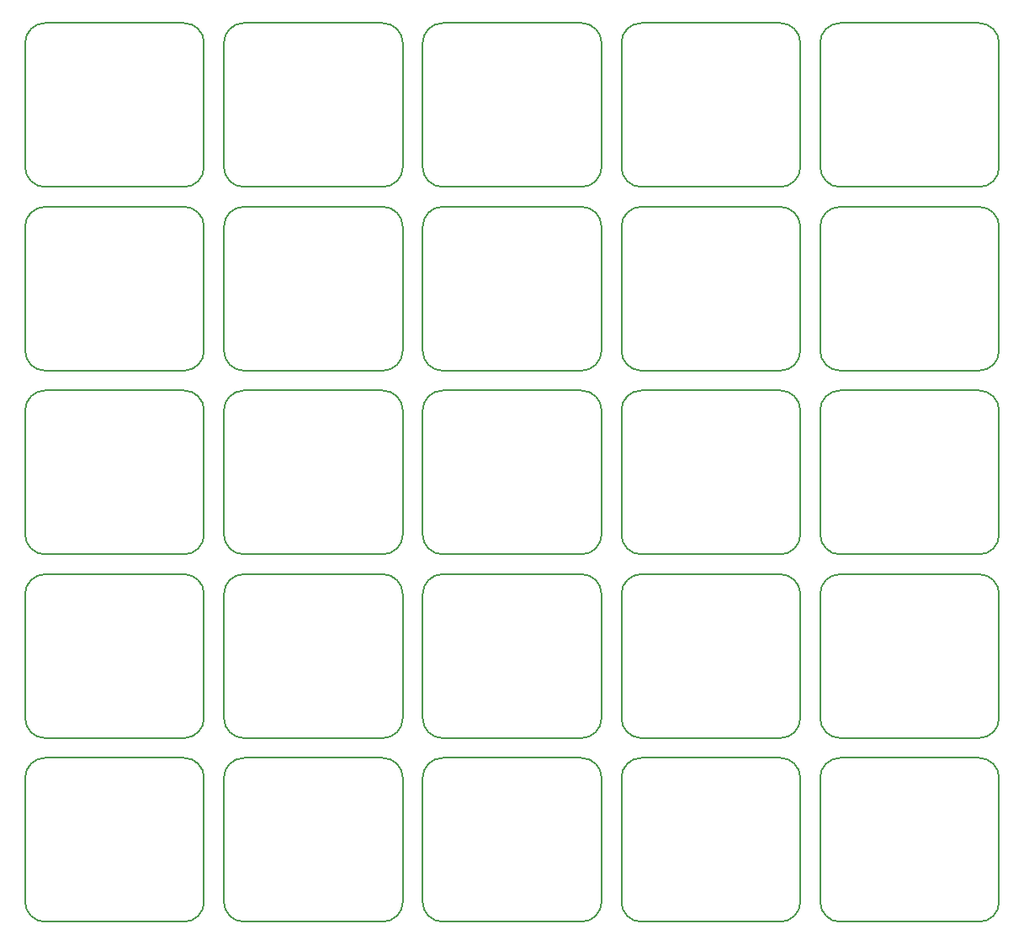
<source format=gm1>
%MOIN*%
%OFA0B0*%
%FSLAX45Y45*%
%IPPOS*%
%LPD*%
%ADD10C,0.005905511811023622*%
%ADD21C,0.005905511811023622*%
%ADD22C,0.005905511811023622*%
%ADD23C,0.005905511811023622*%
%ADD24C,0.005905511811023622*%
%ADD25C,0.005905511811023622*%
%ADD26C,0.005905511811023622*%
%ADD27C,0.005905511811023622*%
%ADD28C,0.005905511811023622*%
%ADD29C,0.005905511811023622*%
%ADD30C,0.005905511811023622*%
%ADD31C,0.005905511811023622*%
%ADD32C,0.005905511811023622*%
%ADD33C,0.005905511811023622*%
%ADD34C,0.005905511811023622*%
%ADD35C,0.005905511811023622*%
%ADD36C,0.005905511811023622*%
%ADD37C,0.005905511811023622*%
%ADD38C,0.005905511811023622*%
%ADD39C,0.005905511811023622*%
%ADD40C,0.005905511811023622*%
%ADD41C,0.005905511811023622*%
%ADD42C,0.005905511811023622*%
%ADD43C,0.005905511811023622*%
%ADD44C,0.005905511811023622*%
G01*
D10*
X000070866Y000007874D02*
G75*
G02*
X000062992Y000000000I-000007874D01*
G01*
X000007874Y000000000D02*
G75*
G02*
X000000000Y000007874J000007874D01*
G01*
X000000000Y000007874D02*
X000000000Y000057086D01*
X000062992Y000000000D02*
X000007874Y000000000D01*
X000070866Y000057086D02*
X000070866Y000007874D01*
X000007874Y000064960D02*
X000062992Y000064960D01*
X000000000Y000057086D02*
G75*
G02*
X000007874Y000064960I000007874D01*
G01*
X000062992Y000064960D02*
G75*
G02*
X000070866Y000057086J-000007874D01*
G01*
G04 next file*
G04 #@! TF.GenerationSoftware,KiCad,Pcbnew,(5.1.10)-1*
G04 #@! TF.CreationDate,2021-06-23T20:06:35+07:00*
G04 #@! TF.ProjectId,Daughterboard,44617567-6874-4657-9262-6f6172642e6b,C3*
G04 #@! TF.SameCoordinates,Original*
G04 #@! TF.FileFunction,Profile,NP*
G04 Gerber Fmt 4.5, Leading zero omitted, Abs format (unit mm)*
G04 Created by KiCad (PCBNEW (5.1.10)-1) date 2021-06-23 20:06:35*
G01*
G04 APERTURE LIST*
G04 #@! TA.AperFunction,Profile*
G04 #@! TD*
G04 APERTURE END LIST*
D21*
X000149606Y000007874D02*
G75*
G02*
X000141732Y000000000I-000007874D01*
G01*
X000086614Y000000000D02*
G75*
G02*
X000078740Y000007874J000007874D01*
G01*
X000078740Y000007874D02*
X000078740Y000057086D01*
X000141732Y000000000D02*
X000086614Y000000000D01*
X000149606Y000057086D02*
X000149606Y000007874D01*
X000086614Y000064960D02*
X000141732Y000064960D01*
X000078740Y000057086D02*
G75*
G02*
X000086614Y000064960I000007874D01*
G01*
X000141732Y000064960D02*
G75*
G02*
X000149606Y000057086J-000007874D01*
G01*
G04 next file*
G04 #@! TF.GenerationSoftware,KiCad,Pcbnew,(5.1.10)-1*
G04 #@! TF.CreationDate,2021-06-23T20:06:35+07:00*
G04 #@! TF.ProjectId,Daughterboard,44617567-6874-4657-9262-6f6172642e6b,C3*
G04 #@! TF.SameCoordinates,Original*
G04 #@! TF.FileFunction,Profile,NP*
G04 Gerber Fmt 4.5, Leading zero omitted, Abs format (unit mm)*
G04 Created by KiCad (PCBNEW (5.1.10)-1) date 2021-06-23 20:06:35*
G01*
G04 APERTURE LIST*
G04 #@! TA.AperFunction,Profile*
G04 #@! TD*
G04 APERTURE END LIST*
D22*
X000228346Y000007874D02*
G75*
G02*
X000220472Y000000000I-000007874D01*
G01*
X000165354Y000000000D02*
G75*
G02*
X000157480Y000007874J000007874D01*
G01*
X000157480Y000007874D02*
X000157480Y000057086D01*
X000220472Y000000000D02*
X000165354Y000000000D01*
X000228346Y000057086D02*
X000228346Y000007874D01*
X000165354Y000064960D02*
X000220472Y000064960D01*
X000157480Y000057086D02*
G75*
G02*
X000165354Y000064960I000007874D01*
G01*
X000220472Y000064960D02*
G75*
G02*
X000228346Y000057086J-000007874D01*
G01*
G04 next file*
G04 #@! TF.GenerationSoftware,KiCad,Pcbnew,(5.1.10)-1*
G04 #@! TF.CreationDate,2021-06-23T20:06:35+07:00*
G04 #@! TF.ProjectId,Daughterboard,44617567-6874-4657-9262-6f6172642e6b,C3*
G04 #@! TF.SameCoordinates,Original*
G04 #@! TF.FileFunction,Profile,NP*
G04 Gerber Fmt 4.5, Leading zero omitted, Abs format (unit mm)*
G04 Created by KiCad (PCBNEW (5.1.10)-1) date 2021-06-23 20:06:35*
G01*
G04 APERTURE LIST*
G04 #@! TA.AperFunction,Profile*
G04 #@! TD*
G04 APERTURE END LIST*
D23*
X000307086Y000007874D02*
G75*
G02*
X000299212Y000000000I-000007874D01*
G01*
X000244094Y000000000D02*
G75*
G02*
X000236220Y000007874J000007874D01*
G01*
X000236220Y000007874D02*
X000236220Y000057086D01*
X000299212Y000000000D02*
X000244094Y000000000D01*
X000307086Y000057086D02*
X000307086Y000007874D01*
X000244094Y000064960D02*
X000299212Y000064960D01*
X000236220Y000057086D02*
G75*
G02*
X000244094Y000064960I000007874D01*
G01*
X000299212Y000064960D02*
G75*
G02*
X000307086Y000057086J-000007874D01*
G01*
G04 next file*
G04 #@! TF.GenerationSoftware,KiCad,Pcbnew,(5.1.10)-1*
G04 #@! TF.CreationDate,2021-06-23T20:06:35+07:00*
G04 #@! TF.ProjectId,Daughterboard,44617567-6874-4657-9262-6f6172642e6b,C3*
G04 #@! TF.SameCoordinates,Original*
G04 #@! TF.FileFunction,Profile,NP*
G04 Gerber Fmt 4.5, Leading zero omitted, Abs format (unit mm)*
G04 Created by KiCad (PCBNEW (5.1.10)-1) date 2021-06-23 20:06:35*
G01*
G04 APERTURE LIST*
G04 #@! TA.AperFunction,Profile*
G04 #@! TD*
G04 APERTURE END LIST*
D24*
X000385826Y000007874D02*
G75*
G02*
X000377952Y000000000I-000007874D01*
G01*
X000322834Y000000000D02*
G75*
G02*
X000314960Y000007874J000007874D01*
G01*
X000314960Y000007874D02*
X000314960Y000057086D01*
X000377952Y000000000D02*
X000322834Y000000000D01*
X000385826Y000057086D02*
X000385826Y000007874D01*
X000322834Y000064960D02*
X000377952Y000064960D01*
X000314960Y000057086D02*
G75*
G02*
X000322834Y000064960I000007874D01*
G01*
X000377952Y000064960D02*
G75*
G02*
X000385826Y000057086J-000007874D01*
G01*
G04 next file*
G04 #@! TF.GenerationSoftware,KiCad,Pcbnew,(5.1.10)-1*
G04 #@! TF.CreationDate,2021-06-23T20:06:35+07:00*
G04 #@! TF.ProjectId,Daughterboard,44617567-6874-4657-9262-6f6172642e6b,C3*
G04 #@! TF.SameCoordinates,Original*
G04 #@! TF.FileFunction,Profile,NP*
G04 Gerber Fmt 4.5, Leading zero omitted, Abs format (unit mm)*
G04 Created by KiCad (PCBNEW (5.1.10)-1) date 2021-06-23 20:06:35*
G01*
G04 APERTURE LIST*
G04 #@! TA.AperFunction,Profile*
G04 #@! TD*
G04 APERTURE END LIST*
D25*
X000070866Y000080708D02*
G75*
G02*
X000062992Y000072834I-000007874D01*
G01*
X000007874Y000072834D02*
G75*
G02*
X000000000Y000080708J000007874D01*
G01*
X000000000Y000080708D02*
X000000000Y000129921D01*
X000062992Y000072834D02*
X000007874Y000072834D01*
X000070866Y000129921D02*
X000070866Y000080708D01*
X000007874Y000137795D02*
X000062992Y000137795D01*
X000000000Y000129921D02*
G75*
G02*
X000007874Y000137795I000007874D01*
G01*
X000062992Y000137795D02*
G75*
G02*
X000070866Y000129921J-000007874D01*
G01*
G04 next file*
G04 #@! TF.GenerationSoftware,KiCad,Pcbnew,(5.1.10)-1*
G04 #@! TF.CreationDate,2021-06-23T20:06:35+07:00*
G04 #@! TF.ProjectId,Daughterboard,44617567-6874-4657-9262-6f6172642e6b,C3*
G04 #@! TF.SameCoordinates,Original*
G04 #@! TF.FileFunction,Profile,NP*
G04 Gerber Fmt 4.5, Leading zero omitted, Abs format (unit mm)*
G04 Created by KiCad (PCBNEW (5.1.10)-1) date 2021-06-23 20:06:35*
G01*
G04 APERTURE LIST*
G04 #@! TA.AperFunction,Profile*
G04 #@! TD*
G04 APERTURE END LIST*
D26*
X000070866Y000153543D02*
G75*
G02*
X000062992Y000145669I-000007874D01*
G01*
X000007874Y000145669D02*
G75*
G02*
X000000000Y000153543J000007874D01*
G01*
X000000000Y000153543D02*
X000000000Y000202755D01*
X000062992Y000145669D02*
X000007874Y000145669D01*
X000070866Y000202755D02*
X000070866Y000153543D01*
X000007874Y000210629D02*
X000062992Y000210629D01*
X000000000Y000202755D02*
G75*
G02*
X000007874Y000210629I000007874D01*
G01*
X000062992Y000210629D02*
G75*
G02*
X000070866Y000202755J-000007874D01*
G01*
G04 next file*
G04 #@! TF.GenerationSoftware,KiCad,Pcbnew,(5.1.10)-1*
G04 #@! TF.CreationDate,2021-06-23T20:06:35+07:00*
G04 #@! TF.ProjectId,Daughterboard,44617567-6874-4657-9262-6f6172642e6b,C3*
G04 #@! TF.SameCoordinates,Original*
G04 #@! TF.FileFunction,Profile,NP*
G04 Gerber Fmt 4.5, Leading zero omitted, Abs format (unit mm)*
G04 Created by KiCad (PCBNEW (5.1.10)-1) date 2021-06-23 20:06:35*
G01*
G04 APERTURE LIST*
G04 #@! TA.AperFunction,Profile*
G04 #@! TD*
G04 APERTURE END LIST*
D27*
X000070866Y000226377D02*
G75*
G02*
X000062992Y000218503I-000007874D01*
G01*
X000007874Y000218503D02*
G75*
G02*
X000000000Y000226377J000007874D01*
G01*
X000000000Y000226377D02*
X000000000Y000275590D01*
X000062992Y000218503D02*
X000007874Y000218503D01*
X000070866Y000275590D02*
X000070866Y000226377D01*
X000007874Y000283464D02*
X000062992Y000283464D01*
X000000000Y000275590D02*
G75*
G02*
X000007874Y000283464I000007874D01*
G01*
X000062992Y000283464D02*
G75*
G02*
X000070866Y000275590J-000007874D01*
G01*
G04 next file*
G04 #@! TF.GenerationSoftware,KiCad,Pcbnew,(5.1.10)-1*
G04 #@! TF.CreationDate,2021-06-23T20:06:35+07:00*
G04 #@! TF.ProjectId,Daughterboard,44617567-6874-4657-9262-6f6172642e6b,C3*
G04 #@! TF.SameCoordinates,Original*
G04 #@! TF.FileFunction,Profile,NP*
G04 Gerber Fmt 4.5, Leading zero omitted, Abs format (unit mm)*
G04 Created by KiCad (PCBNEW (5.1.10)-1) date 2021-06-23 20:06:35*
G01*
G04 APERTURE LIST*
G04 #@! TA.AperFunction,Profile*
G04 #@! TD*
G04 APERTURE END LIST*
D28*
X000070866Y000299212D02*
G75*
G02*
X000062992Y000291338I-000007874D01*
G01*
X000007874Y000291338D02*
G75*
G02*
X000000000Y000299212J000007874D01*
G01*
X000000000Y000299212D02*
X000000000Y000348425D01*
X000062992Y000291338D02*
X000007874Y000291338D01*
X000070866Y000348425D02*
X000070866Y000299212D01*
X000007874Y000356299D02*
X000062992Y000356299D01*
X000000000Y000348425D02*
G75*
G02*
X000007874Y000356299I000007874D01*
G01*
X000062992Y000356299D02*
G75*
G02*
X000070866Y000348425J-000007874D01*
G01*
G04 next file*
G04 #@! TF.GenerationSoftware,KiCad,Pcbnew,(5.1.10)-1*
G04 #@! TF.CreationDate,2021-06-23T20:06:35+07:00*
G04 #@! TF.ProjectId,Daughterboard,44617567-6874-4657-9262-6f6172642e6b,C3*
G04 #@! TF.SameCoordinates,Original*
G04 #@! TF.FileFunction,Profile,NP*
G04 Gerber Fmt 4.5, Leading zero omitted, Abs format (unit mm)*
G04 Created by KiCad (PCBNEW (5.1.10)-1) date 2021-06-23 20:06:35*
G01*
G04 APERTURE LIST*
G04 #@! TA.AperFunction,Profile*
G04 #@! TD*
G04 APERTURE END LIST*
D29*
X000149606Y000080708D02*
G75*
G02*
X000141732Y000072834I-000007874D01*
G01*
X000086614Y000072834D02*
G75*
G02*
X000078740Y000080708J000007874D01*
G01*
X000078740Y000080708D02*
X000078740Y000129921D01*
X000141732Y000072834D02*
X000086614Y000072834D01*
X000149606Y000129921D02*
X000149606Y000080708D01*
X000086614Y000137795D02*
X000141732Y000137795D01*
X000078740Y000129921D02*
G75*
G02*
X000086614Y000137795I000007874D01*
G01*
X000141732Y000137795D02*
G75*
G02*
X000149606Y000129921J-000007874D01*
G01*
G04 next file*
G04 #@! TF.GenerationSoftware,KiCad,Pcbnew,(5.1.10)-1*
G04 #@! TF.CreationDate,2021-06-23T20:06:35+07:00*
G04 #@! TF.ProjectId,Daughterboard,44617567-6874-4657-9262-6f6172642e6b,C3*
G04 #@! TF.SameCoordinates,Original*
G04 #@! TF.FileFunction,Profile,NP*
G04 Gerber Fmt 4.5, Leading zero omitted, Abs format (unit mm)*
G04 Created by KiCad (PCBNEW (5.1.10)-1) date 2021-06-23 20:06:35*
G01*
G04 APERTURE LIST*
G04 #@! TA.AperFunction,Profile*
G04 #@! TD*
G04 APERTURE END LIST*
D30*
X000228346Y000080708D02*
G75*
G02*
X000220472Y000072834I-000007874D01*
G01*
X000165354Y000072834D02*
G75*
G02*
X000157480Y000080708J000007874D01*
G01*
X000157480Y000080708D02*
X000157480Y000129921D01*
X000220472Y000072834D02*
X000165354Y000072834D01*
X000228346Y000129921D02*
X000228346Y000080708D01*
X000165354Y000137795D02*
X000220472Y000137795D01*
X000157480Y000129921D02*
G75*
G02*
X000165354Y000137795I000007874D01*
G01*
X000220472Y000137795D02*
G75*
G02*
X000228346Y000129921J-000007874D01*
G01*
G04 next file*
G04 #@! TF.GenerationSoftware,KiCad,Pcbnew,(5.1.10)-1*
G04 #@! TF.CreationDate,2021-06-23T20:06:35+07:00*
G04 #@! TF.ProjectId,Daughterboard,44617567-6874-4657-9262-6f6172642e6b,C3*
G04 #@! TF.SameCoordinates,Original*
G04 #@! TF.FileFunction,Profile,NP*
G04 Gerber Fmt 4.5, Leading zero omitted, Abs format (unit mm)*
G04 Created by KiCad (PCBNEW (5.1.10)-1) date 2021-06-23 20:06:35*
G01*
G04 APERTURE LIST*
G04 #@! TA.AperFunction,Profile*
G04 #@! TD*
G04 APERTURE END LIST*
D31*
X000307086Y000080708D02*
G75*
G02*
X000299212Y000072834I-000007874D01*
G01*
X000244094Y000072834D02*
G75*
G02*
X000236220Y000080708J000007874D01*
G01*
X000236220Y000080708D02*
X000236220Y000129921D01*
X000299212Y000072834D02*
X000244094Y000072834D01*
X000307086Y000129921D02*
X000307086Y000080708D01*
X000244094Y000137795D02*
X000299212Y000137795D01*
X000236220Y000129921D02*
G75*
G02*
X000244094Y000137795I000007874D01*
G01*
X000299212Y000137795D02*
G75*
G02*
X000307086Y000129921J-000007874D01*
G01*
G04 next file*
G04 #@! TF.GenerationSoftware,KiCad,Pcbnew,(5.1.10)-1*
G04 #@! TF.CreationDate,2021-06-23T20:06:35+07:00*
G04 #@! TF.ProjectId,Daughterboard,44617567-6874-4657-9262-6f6172642e6b,C3*
G04 #@! TF.SameCoordinates,Original*
G04 #@! TF.FileFunction,Profile,NP*
G04 Gerber Fmt 4.5, Leading zero omitted, Abs format (unit mm)*
G04 Created by KiCad (PCBNEW (5.1.10)-1) date 2021-06-23 20:06:35*
G01*
G04 APERTURE LIST*
G04 #@! TA.AperFunction,Profile*
G04 #@! TD*
G04 APERTURE END LIST*
D32*
X000385826Y000080708D02*
G75*
G02*
X000377952Y000072834I-000007874D01*
G01*
X000322834Y000072834D02*
G75*
G02*
X000314960Y000080708J000007874D01*
G01*
X000314960Y000080708D02*
X000314960Y000129921D01*
X000377952Y000072834D02*
X000322834Y000072834D01*
X000385826Y000129921D02*
X000385826Y000080708D01*
X000322834Y000137795D02*
X000377952Y000137795D01*
X000314960Y000129921D02*
G75*
G02*
X000322834Y000137795I000007874D01*
G01*
X000377952Y000137795D02*
G75*
G02*
X000385826Y000129921J-000007874D01*
G01*
G04 next file*
G04 #@! TF.GenerationSoftware,KiCad,Pcbnew,(5.1.10)-1*
G04 #@! TF.CreationDate,2021-06-23T20:06:35+07:00*
G04 #@! TF.ProjectId,Daughterboard,44617567-6874-4657-9262-6f6172642e6b,C3*
G04 #@! TF.SameCoordinates,Original*
G04 #@! TF.FileFunction,Profile,NP*
G04 Gerber Fmt 4.5, Leading zero omitted, Abs format (unit mm)*
G04 Created by KiCad (PCBNEW (5.1.10)-1) date 2021-06-23 20:06:35*
G01*
G04 APERTURE LIST*
G04 #@! TA.AperFunction,Profile*
G04 #@! TD*
G04 APERTURE END LIST*
D33*
X000149606Y000153543D02*
G75*
G02*
X000141732Y000145669I-000007874D01*
G01*
X000086614Y000145669D02*
G75*
G02*
X000078740Y000153543J000007874D01*
G01*
X000078740Y000153543D02*
X000078740Y000202755D01*
X000141732Y000145669D02*
X000086614Y000145669D01*
X000149606Y000202755D02*
X000149606Y000153543D01*
X000086614Y000210629D02*
X000141732Y000210629D01*
X000078740Y000202755D02*
G75*
G02*
X000086614Y000210629I000007874D01*
G01*
X000141732Y000210629D02*
G75*
G02*
X000149606Y000202755J-000007874D01*
G01*
G04 next file*
G04 #@! TF.GenerationSoftware,KiCad,Pcbnew,(5.1.10)-1*
G04 #@! TF.CreationDate,2021-06-23T20:06:35+07:00*
G04 #@! TF.ProjectId,Daughterboard,44617567-6874-4657-9262-6f6172642e6b,C3*
G04 #@! TF.SameCoordinates,Original*
G04 #@! TF.FileFunction,Profile,NP*
G04 Gerber Fmt 4.5, Leading zero omitted, Abs format (unit mm)*
G04 Created by KiCad (PCBNEW (5.1.10)-1) date 2021-06-23 20:06:35*
G01*
G04 APERTURE LIST*
G04 #@! TA.AperFunction,Profile*
G04 #@! TD*
G04 APERTURE END LIST*
D34*
X000149606Y000226377D02*
G75*
G02*
X000141732Y000218503I-000007874D01*
G01*
X000086614Y000218503D02*
G75*
G02*
X000078740Y000226377J000007874D01*
G01*
X000078740Y000226377D02*
X000078740Y000275590D01*
X000141732Y000218503D02*
X000086614Y000218503D01*
X000149606Y000275590D02*
X000149606Y000226377D01*
X000086614Y000283464D02*
X000141732Y000283464D01*
X000078740Y000275590D02*
G75*
G02*
X000086614Y000283464I000007874D01*
G01*
X000141732Y000283464D02*
G75*
G02*
X000149606Y000275590J-000007874D01*
G01*
G04 next file*
G04 #@! TF.GenerationSoftware,KiCad,Pcbnew,(5.1.10)-1*
G04 #@! TF.CreationDate,2021-06-23T20:06:35+07:00*
G04 #@! TF.ProjectId,Daughterboard,44617567-6874-4657-9262-6f6172642e6b,C3*
G04 #@! TF.SameCoordinates,Original*
G04 #@! TF.FileFunction,Profile,NP*
G04 Gerber Fmt 4.5, Leading zero omitted, Abs format (unit mm)*
G04 Created by KiCad (PCBNEW (5.1.10)-1) date 2021-06-23 20:06:35*
G01*
G04 APERTURE LIST*
G04 #@! TA.AperFunction,Profile*
G04 #@! TD*
G04 APERTURE END LIST*
D35*
X000149606Y000299212D02*
G75*
G02*
X000141732Y000291338I-000007874D01*
G01*
X000086614Y000291338D02*
G75*
G02*
X000078740Y000299212J000007874D01*
G01*
X000078740Y000299212D02*
X000078740Y000348425D01*
X000141732Y000291338D02*
X000086614Y000291338D01*
X000149606Y000348425D02*
X000149606Y000299212D01*
X000086614Y000356299D02*
X000141732Y000356299D01*
X000078740Y000348425D02*
G75*
G02*
X000086614Y000356299I000007874D01*
G01*
X000141732Y000356299D02*
G75*
G02*
X000149606Y000348425J-000007874D01*
G01*
G04 next file*
G04 #@! TF.GenerationSoftware,KiCad,Pcbnew,(5.1.10)-1*
G04 #@! TF.CreationDate,2021-06-23T20:06:35+07:00*
G04 #@! TF.ProjectId,Daughterboard,44617567-6874-4657-9262-6f6172642e6b,C3*
G04 #@! TF.SameCoordinates,Original*
G04 #@! TF.FileFunction,Profile,NP*
G04 Gerber Fmt 4.5, Leading zero omitted, Abs format (unit mm)*
G04 Created by KiCad (PCBNEW (5.1.10)-1) date 2021-06-23 20:06:35*
G01*
G04 APERTURE LIST*
G04 #@! TA.AperFunction,Profile*
G04 #@! TD*
G04 APERTURE END LIST*
D36*
X000228346Y000153543D02*
G75*
G02*
X000220472Y000145669I-000007874D01*
G01*
X000165354Y000145669D02*
G75*
G02*
X000157480Y000153543J000007874D01*
G01*
X000157480Y000153543D02*
X000157480Y000202755D01*
X000220472Y000145669D02*
X000165354Y000145669D01*
X000228346Y000202755D02*
X000228346Y000153543D01*
X000165354Y000210629D02*
X000220472Y000210629D01*
X000157480Y000202755D02*
G75*
G02*
X000165354Y000210629I000007874D01*
G01*
X000220472Y000210629D02*
G75*
G02*
X000228346Y000202755J-000007874D01*
G01*
G04 next file*
G04 #@! TF.GenerationSoftware,KiCad,Pcbnew,(5.1.10)-1*
G04 #@! TF.CreationDate,2021-06-23T20:06:35+07:00*
G04 #@! TF.ProjectId,Daughterboard,44617567-6874-4657-9262-6f6172642e6b,C3*
G04 #@! TF.SameCoordinates,Original*
G04 #@! TF.FileFunction,Profile,NP*
G04 Gerber Fmt 4.5, Leading zero omitted, Abs format (unit mm)*
G04 Created by KiCad (PCBNEW (5.1.10)-1) date 2021-06-23 20:06:35*
G01*
G04 APERTURE LIST*
G04 #@! TA.AperFunction,Profile*
G04 #@! TD*
G04 APERTURE END LIST*
D37*
X000307086Y000153543D02*
G75*
G02*
X000299212Y000145669I-000007874D01*
G01*
X000244094Y000145669D02*
G75*
G02*
X000236220Y000153543J000007874D01*
G01*
X000236220Y000153543D02*
X000236220Y000202755D01*
X000299212Y000145669D02*
X000244094Y000145669D01*
X000307086Y000202755D02*
X000307086Y000153543D01*
X000244094Y000210629D02*
X000299212Y000210629D01*
X000236220Y000202755D02*
G75*
G02*
X000244094Y000210629I000007874D01*
G01*
X000299212Y000210629D02*
G75*
G02*
X000307086Y000202755J-000007874D01*
G01*
G04 next file*
G04 #@! TF.GenerationSoftware,KiCad,Pcbnew,(5.1.10)-1*
G04 #@! TF.CreationDate,2021-06-23T20:06:35+07:00*
G04 #@! TF.ProjectId,Daughterboard,44617567-6874-4657-9262-6f6172642e6b,C3*
G04 #@! TF.SameCoordinates,Original*
G04 #@! TF.FileFunction,Profile,NP*
G04 Gerber Fmt 4.5, Leading zero omitted, Abs format (unit mm)*
G04 Created by KiCad (PCBNEW (5.1.10)-1) date 2021-06-23 20:06:35*
G01*
G04 APERTURE LIST*
G04 #@! TA.AperFunction,Profile*
G04 #@! TD*
G04 APERTURE END LIST*
D38*
X000385826Y000153543D02*
G75*
G02*
X000377952Y000145669I-000007874D01*
G01*
X000322834Y000145669D02*
G75*
G02*
X000314960Y000153543J000007874D01*
G01*
X000314960Y000153543D02*
X000314960Y000202755D01*
X000377952Y000145669D02*
X000322834Y000145669D01*
X000385826Y000202755D02*
X000385826Y000153543D01*
X000322834Y000210629D02*
X000377952Y000210629D01*
X000314960Y000202755D02*
G75*
G02*
X000322834Y000210629I000007874D01*
G01*
X000377952Y000210629D02*
G75*
G02*
X000385826Y000202755J-000007874D01*
G01*
G04 next file*
G04 #@! TF.GenerationSoftware,KiCad,Pcbnew,(5.1.10)-1*
G04 #@! TF.CreationDate,2021-06-23T20:06:35+07:00*
G04 #@! TF.ProjectId,Daughterboard,44617567-6874-4657-9262-6f6172642e6b,C3*
G04 #@! TF.SameCoordinates,Original*
G04 #@! TF.FileFunction,Profile,NP*
G04 Gerber Fmt 4.5, Leading zero omitted, Abs format (unit mm)*
G04 Created by KiCad (PCBNEW (5.1.10)-1) date 2021-06-23 20:06:35*
G01*
G04 APERTURE LIST*
G04 #@! TA.AperFunction,Profile*
G04 #@! TD*
G04 APERTURE END LIST*
D39*
X000228346Y000226377D02*
G75*
G02*
X000220472Y000218503I-000007874D01*
G01*
X000165354Y000218503D02*
G75*
G02*
X000157480Y000226377J000007874D01*
G01*
X000157480Y000226377D02*
X000157480Y000275590D01*
X000220472Y000218503D02*
X000165354Y000218503D01*
X000228346Y000275590D02*
X000228346Y000226377D01*
X000165354Y000283464D02*
X000220472Y000283464D01*
X000157480Y000275590D02*
G75*
G02*
X000165354Y000283464I000007874D01*
G01*
X000220472Y000283464D02*
G75*
G02*
X000228346Y000275590J-000007874D01*
G01*
G04 next file*
G04 #@! TF.GenerationSoftware,KiCad,Pcbnew,(5.1.10)-1*
G04 #@! TF.CreationDate,2021-06-23T20:06:35+07:00*
G04 #@! TF.ProjectId,Daughterboard,44617567-6874-4657-9262-6f6172642e6b,C3*
G04 #@! TF.SameCoordinates,Original*
G04 #@! TF.FileFunction,Profile,NP*
G04 Gerber Fmt 4.5, Leading zero omitted, Abs format (unit mm)*
G04 Created by KiCad (PCBNEW (5.1.10)-1) date 2021-06-23 20:06:35*
G01*
G04 APERTURE LIST*
G04 #@! TA.AperFunction,Profile*
G04 #@! TD*
G04 APERTURE END LIST*
D40*
X000228346Y000299212D02*
G75*
G02*
X000220472Y000291338I-000007874D01*
G01*
X000165354Y000291338D02*
G75*
G02*
X000157480Y000299212J000007874D01*
G01*
X000157480Y000299212D02*
X000157480Y000348425D01*
X000220472Y000291338D02*
X000165354Y000291338D01*
X000228346Y000348425D02*
X000228346Y000299212D01*
X000165354Y000356299D02*
X000220472Y000356299D01*
X000157480Y000348425D02*
G75*
G02*
X000165354Y000356299I000007874D01*
G01*
X000220472Y000356299D02*
G75*
G02*
X000228346Y000348425J-000007874D01*
G01*
G04 next file*
G04 #@! TF.GenerationSoftware,KiCad,Pcbnew,(5.1.10)-1*
G04 #@! TF.CreationDate,2021-06-23T20:06:35+07:00*
G04 #@! TF.ProjectId,Daughterboard,44617567-6874-4657-9262-6f6172642e6b,C3*
G04 #@! TF.SameCoordinates,Original*
G04 #@! TF.FileFunction,Profile,NP*
G04 Gerber Fmt 4.5, Leading zero omitted, Abs format (unit mm)*
G04 Created by KiCad (PCBNEW (5.1.10)-1) date 2021-06-23 20:06:35*
G01*
G04 APERTURE LIST*
G04 #@! TA.AperFunction,Profile*
G04 #@! TD*
G04 APERTURE END LIST*
D41*
X000307086Y000226377D02*
G75*
G02*
X000299212Y000218503I-000007874D01*
G01*
X000244094Y000218503D02*
G75*
G02*
X000236220Y000226377J000007874D01*
G01*
X000236220Y000226377D02*
X000236220Y000275590D01*
X000299212Y000218503D02*
X000244094Y000218503D01*
X000307086Y000275590D02*
X000307086Y000226377D01*
X000244094Y000283464D02*
X000299212Y000283464D01*
X000236220Y000275590D02*
G75*
G02*
X000244094Y000283464I000007874D01*
G01*
X000299212Y000283464D02*
G75*
G02*
X000307086Y000275590J-000007874D01*
G01*
G04 next file*
G04 #@! TF.GenerationSoftware,KiCad,Pcbnew,(5.1.10)-1*
G04 #@! TF.CreationDate,2021-06-23T20:06:35+07:00*
G04 #@! TF.ProjectId,Daughterboard,44617567-6874-4657-9262-6f6172642e6b,C3*
G04 #@! TF.SameCoordinates,Original*
G04 #@! TF.FileFunction,Profile,NP*
G04 Gerber Fmt 4.5, Leading zero omitted, Abs format (unit mm)*
G04 Created by KiCad (PCBNEW (5.1.10)-1) date 2021-06-23 20:06:35*
G01*
G04 APERTURE LIST*
G04 #@! TA.AperFunction,Profile*
G04 #@! TD*
G04 APERTURE END LIST*
D42*
X000385826Y000226377D02*
G75*
G02*
X000377952Y000218503I-000007874D01*
G01*
X000322834Y000218503D02*
G75*
G02*
X000314960Y000226377J000007874D01*
G01*
X000314960Y000226377D02*
X000314960Y000275590D01*
X000377952Y000218503D02*
X000322834Y000218503D01*
X000385826Y000275590D02*
X000385826Y000226377D01*
X000322834Y000283464D02*
X000377952Y000283464D01*
X000314960Y000275590D02*
G75*
G02*
X000322834Y000283464I000007874D01*
G01*
X000377952Y000283464D02*
G75*
G02*
X000385826Y000275590J-000007874D01*
G01*
G04 next file*
G04 #@! TF.GenerationSoftware,KiCad,Pcbnew,(5.1.10)-1*
G04 #@! TF.CreationDate,2021-06-23T20:06:35+07:00*
G04 #@! TF.ProjectId,Daughterboard,44617567-6874-4657-9262-6f6172642e6b,C3*
G04 #@! TF.SameCoordinates,Original*
G04 #@! TF.FileFunction,Profile,NP*
G04 Gerber Fmt 4.5, Leading zero omitted, Abs format (unit mm)*
G04 Created by KiCad (PCBNEW (5.1.10)-1) date 2021-06-23 20:06:35*
G01*
G04 APERTURE LIST*
G04 #@! TA.AperFunction,Profile*
G04 #@! TD*
G04 APERTURE END LIST*
D43*
X000307086Y000299212D02*
G75*
G02*
X000299212Y000291338I-000007874D01*
G01*
X000244094Y000291338D02*
G75*
G02*
X000236220Y000299212J000007874D01*
G01*
X000236220Y000299212D02*
X000236220Y000348425D01*
X000299212Y000291338D02*
X000244094Y000291338D01*
X000307086Y000348425D02*
X000307086Y000299212D01*
X000244094Y000356299D02*
X000299212Y000356299D01*
X000236220Y000348425D02*
G75*
G02*
X000244094Y000356299I000007874D01*
G01*
X000299212Y000356299D02*
G75*
G02*
X000307086Y000348425J-000007874D01*
G01*
G04 next file*
G04 #@! TF.GenerationSoftware,KiCad,Pcbnew,(5.1.10)-1*
G04 #@! TF.CreationDate,2021-06-23T20:06:35+07:00*
G04 #@! TF.ProjectId,Daughterboard,44617567-6874-4657-9262-6f6172642e6b,C3*
G04 #@! TF.SameCoordinates,Original*
G04 #@! TF.FileFunction,Profile,NP*
G04 Gerber Fmt 4.5, Leading zero omitted, Abs format (unit mm)*
G04 Created by KiCad (PCBNEW (5.1.10)-1) date 2021-06-23 20:06:35*
G01*
G04 APERTURE LIST*
G04 #@! TA.AperFunction,Profile*
G04 #@! TD*
G04 APERTURE END LIST*
D44*
X000385826Y000299212D02*
G75*
G02*
X000377952Y000291338I-000007874D01*
G01*
X000322834Y000291338D02*
G75*
G02*
X000314960Y000299212J000007874D01*
G01*
X000314960Y000299212D02*
X000314960Y000348425D01*
X000377952Y000291338D02*
X000322834Y000291338D01*
X000385826Y000348425D02*
X000385826Y000299212D01*
X000322834Y000356299D02*
X000377952Y000356299D01*
X000314960Y000348425D02*
G75*
G02*
X000322834Y000356299I000007874D01*
G01*
X000377952Y000356299D02*
G75*
G02*
X000385826Y000348425J-000007874D01*
G01*
M02*
</source>
